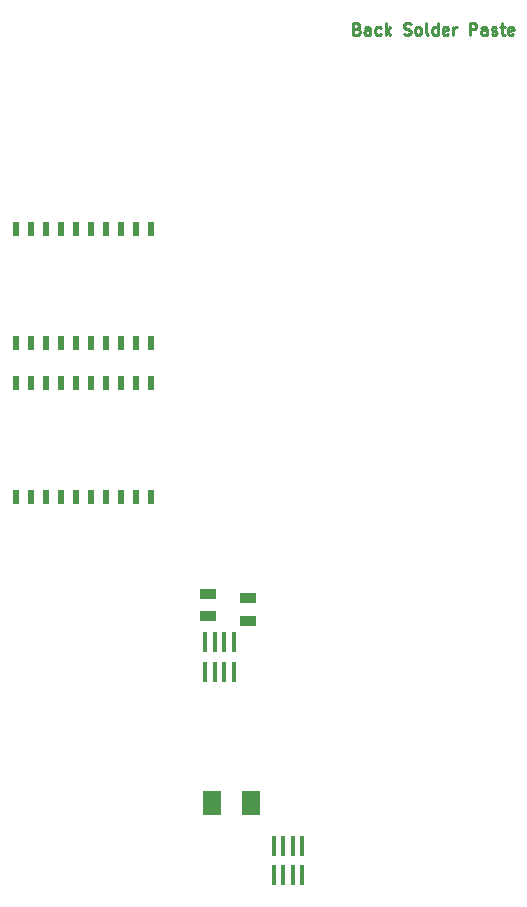
<source format=gbp>
G04 (created by PCBNEW (2013-mar-13)-testing) date Fri 03 May 2013 14:03:15 BST*
%MOIN*%
G04 Gerber Fmt 3.4, Leading zero omitted, Abs format*
%FSLAX34Y34*%
G01*
G70*
G90*
G04 APERTURE LIST*
%ADD10C,0.006*%
%ADD11C,0.00984252*%
%ADD12R,0.06X0.08*%
%ADD13R,0.02X0.05*%
%ADD14R,0.055X0.035*%
%ADD15R,0.0165354X0.0669291*%
G04 APERTURE END LIST*
G54D10*
G54D11*
X23138Y-28141D02*
X23194Y-28159D01*
X23213Y-28178D01*
X23232Y-28216D01*
X23232Y-28272D01*
X23213Y-28309D01*
X23194Y-28328D01*
X23157Y-28347D01*
X23007Y-28347D01*
X23007Y-27953D01*
X23138Y-27953D01*
X23175Y-27972D01*
X23194Y-27991D01*
X23213Y-28028D01*
X23213Y-28066D01*
X23194Y-28103D01*
X23175Y-28122D01*
X23138Y-28141D01*
X23007Y-28141D01*
X23569Y-28347D02*
X23569Y-28141D01*
X23550Y-28103D01*
X23513Y-28084D01*
X23438Y-28084D01*
X23400Y-28103D01*
X23569Y-28328D02*
X23532Y-28347D01*
X23438Y-28347D01*
X23400Y-28328D01*
X23382Y-28291D01*
X23382Y-28253D01*
X23400Y-28216D01*
X23438Y-28197D01*
X23532Y-28197D01*
X23569Y-28178D01*
X23925Y-28328D02*
X23888Y-28347D01*
X23813Y-28347D01*
X23775Y-28328D01*
X23757Y-28309D01*
X23738Y-28272D01*
X23738Y-28159D01*
X23757Y-28122D01*
X23775Y-28103D01*
X23813Y-28084D01*
X23888Y-28084D01*
X23925Y-28103D01*
X24094Y-28347D02*
X24094Y-27953D01*
X24131Y-28197D02*
X24244Y-28347D01*
X24244Y-28084D02*
X24094Y-28234D01*
X24694Y-28328D02*
X24750Y-28347D01*
X24844Y-28347D01*
X24881Y-28328D01*
X24900Y-28309D01*
X24919Y-28272D01*
X24919Y-28234D01*
X24900Y-28197D01*
X24881Y-28178D01*
X24844Y-28159D01*
X24769Y-28141D01*
X24731Y-28122D01*
X24713Y-28103D01*
X24694Y-28066D01*
X24694Y-28028D01*
X24713Y-27991D01*
X24731Y-27972D01*
X24769Y-27953D01*
X24863Y-27953D01*
X24919Y-27972D01*
X25144Y-28347D02*
X25106Y-28328D01*
X25088Y-28309D01*
X25069Y-28272D01*
X25069Y-28159D01*
X25088Y-28122D01*
X25106Y-28103D01*
X25144Y-28084D01*
X25200Y-28084D01*
X25238Y-28103D01*
X25256Y-28122D01*
X25275Y-28159D01*
X25275Y-28272D01*
X25256Y-28309D01*
X25238Y-28328D01*
X25200Y-28347D01*
X25144Y-28347D01*
X25500Y-28347D02*
X25463Y-28328D01*
X25444Y-28291D01*
X25444Y-27953D01*
X25819Y-28347D02*
X25819Y-27953D01*
X25819Y-28328D02*
X25781Y-28347D01*
X25706Y-28347D01*
X25669Y-28328D01*
X25650Y-28309D01*
X25631Y-28272D01*
X25631Y-28159D01*
X25650Y-28122D01*
X25669Y-28103D01*
X25706Y-28084D01*
X25781Y-28084D01*
X25819Y-28103D01*
X26156Y-28328D02*
X26119Y-28347D01*
X26044Y-28347D01*
X26006Y-28328D01*
X25988Y-28291D01*
X25988Y-28141D01*
X26006Y-28103D01*
X26044Y-28084D01*
X26119Y-28084D01*
X26156Y-28103D01*
X26175Y-28141D01*
X26175Y-28178D01*
X25988Y-28216D01*
X26344Y-28347D02*
X26344Y-28084D01*
X26344Y-28159D02*
X26362Y-28122D01*
X26381Y-28103D01*
X26419Y-28084D01*
X26456Y-28084D01*
X26887Y-28347D02*
X26887Y-27953D01*
X27037Y-27953D01*
X27075Y-27972D01*
X27094Y-27991D01*
X27112Y-28028D01*
X27112Y-28084D01*
X27094Y-28122D01*
X27075Y-28141D01*
X27037Y-28159D01*
X26887Y-28159D01*
X27450Y-28347D02*
X27450Y-28141D01*
X27431Y-28103D01*
X27394Y-28084D01*
X27319Y-28084D01*
X27281Y-28103D01*
X27450Y-28328D02*
X27412Y-28347D01*
X27319Y-28347D01*
X27281Y-28328D01*
X27262Y-28291D01*
X27262Y-28253D01*
X27281Y-28216D01*
X27319Y-28197D01*
X27412Y-28197D01*
X27450Y-28178D01*
X27619Y-28328D02*
X27656Y-28347D01*
X27731Y-28347D01*
X27769Y-28328D01*
X27787Y-28291D01*
X27787Y-28272D01*
X27769Y-28234D01*
X27731Y-28216D01*
X27675Y-28216D01*
X27637Y-28197D01*
X27619Y-28159D01*
X27619Y-28141D01*
X27637Y-28103D01*
X27675Y-28084D01*
X27731Y-28084D01*
X27769Y-28103D01*
X27900Y-28084D02*
X28050Y-28084D01*
X27956Y-27953D02*
X27956Y-28291D01*
X27975Y-28328D01*
X28012Y-28347D01*
X28050Y-28347D01*
X28331Y-28328D02*
X28293Y-28347D01*
X28218Y-28347D01*
X28181Y-28328D01*
X28162Y-28291D01*
X28162Y-28141D01*
X28181Y-28103D01*
X28218Y-28084D01*
X28293Y-28084D01*
X28331Y-28103D01*
X28350Y-28141D01*
X28350Y-28178D01*
X28162Y-28216D01*
G54D12*
X18283Y-53964D03*
X19583Y-53964D03*
G54D13*
X16251Y-43756D03*
X15751Y-43756D03*
X15251Y-43756D03*
X14751Y-43756D03*
X14251Y-43756D03*
X13751Y-43756D03*
X13251Y-43756D03*
X12751Y-43756D03*
X12251Y-43756D03*
X11751Y-43756D03*
X11751Y-39956D03*
X12251Y-39956D03*
X12751Y-39956D03*
X13251Y-39956D03*
X13751Y-39956D03*
X14251Y-39956D03*
X14751Y-39956D03*
X15251Y-39956D03*
X15751Y-39956D03*
X16251Y-39956D03*
X16251Y-38610D03*
X15751Y-38610D03*
X15251Y-38610D03*
X14751Y-38610D03*
X14251Y-38610D03*
X13751Y-38610D03*
X13251Y-38610D03*
X12751Y-38610D03*
X12251Y-38610D03*
X11751Y-38610D03*
X11751Y-34810D03*
X12251Y-34810D03*
X12751Y-34810D03*
X13251Y-34810D03*
X13751Y-34810D03*
X14251Y-34810D03*
X14751Y-34810D03*
X15251Y-34810D03*
X15751Y-34810D03*
X16251Y-34810D03*
G54D14*
X19500Y-47125D03*
X19500Y-47875D03*
X18169Y-47725D03*
X18169Y-46975D03*
G54D15*
X18082Y-49570D03*
X18397Y-49570D03*
X18712Y-49570D03*
X19027Y-49570D03*
X18082Y-48594D03*
X18397Y-48594D03*
X18712Y-48594D03*
X19027Y-48594D03*
X20366Y-56362D03*
X20681Y-56362D03*
X20996Y-56362D03*
X21311Y-56362D03*
X20366Y-55385D03*
X20681Y-55385D03*
X20996Y-55385D03*
X21311Y-55385D03*
M02*

</source>
